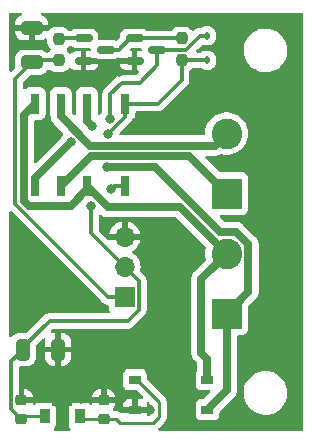
<source format=gbr>
%TF.GenerationSoftware,KiCad,Pcbnew,7.0.7*%
%TF.CreationDate,2023-09-06T14:49:37+02:00*%
%TF.ProjectId,keerlusRelais,6b656572-6c75-4735-9265-6c6169732e6b,rev?*%
%TF.SameCoordinates,Original*%
%TF.FileFunction,Copper,L1,Top*%
%TF.FilePolarity,Positive*%
%FSLAX46Y46*%
G04 Gerber Fmt 4.6, Leading zero omitted, Abs format (unit mm)*
G04 Created by KiCad (PCBNEW 7.0.7) date 2023-09-06 14:49:37*
%MOMM*%
%LPD*%
G01*
G04 APERTURE LIST*
G04 Aperture macros list*
%AMRoundRect*
0 Rectangle with rounded corners*
0 $1 Rounding radius*
0 $2 $3 $4 $5 $6 $7 $8 $9 X,Y pos of 4 corners*
0 Add a 4 corners polygon primitive as box body*
4,1,4,$2,$3,$4,$5,$6,$7,$8,$9,$2,$3,0*
0 Add four circle primitives for the rounded corners*
1,1,$1+$1,$2,$3*
1,1,$1+$1,$4,$5*
1,1,$1+$1,$6,$7*
1,1,$1+$1,$8,$9*
0 Add four rect primitives between the rounded corners*
20,1,$1+$1,$2,$3,$4,$5,0*
20,1,$1+$1,$4,$5,$6,$7,0*
20,1,$1+$1,$6,$7,$8,$9,0*
20,1,$1+$1,$8,$9,$2,$3,0*%
%AMFreePoly0*
4,1,9,3.862500,-0.866500,0.737500,-0.866500,0.737500,-0.450000,-0.737500,-0.450000,-0.737500,0.450000,0.737500,0.450000,0.737500,0.866500,3.862500,0.866500,3.862500,-0.866500,3.862500,-0.866500,$1*%
G04 Aperture macros list end*
%TA.AperFunction,ComponentPad*%
%ADD10R,2.600000X2.600000*%
%TD*%
%TA.AperFunction,ComponentPad*%
%ADD11C,2.600000*%
%TD*%
%TA.AperFunction,SMDPad,CuDef*%
%ADD12RoundRect,0.237500X-0.237500X0.250000X-0.237500X-0.250000X0.237500X-0.250000X0.237500X0.250000X0*%
%TD*%
%TA.AperFunction,ComponentPad*%
%ADD13R,1.700000X1.700000*%
%TD*%
%TA.AperFunction,ComponentPad*%
%ADD14O,1.700000X1.700000*%
%TD*%
%TA.AperFunction,SMDPad,CuDef*%
%ADD15RoundRect,0.225000X-0.250000X0.225000X-0.250000X-0.225000X0.250000X-0.225000X0.250000X0.225000X0*%
%TD*%
%TA.AperFunction,SMDPad,CuDef*%
%ADD16R,0.800000X1.800000*%
%TD*%
%TA.AperFunction,SMDPad,CuDef*%
%ADD17RoundRect,0.237500X0.237500X-0.250000X0.237500X0.250000X-0.237500X0.250000X-0.237500X-0.250000X0*%
%TD*%
%TA.AperFunction,SMDPad,CuDef*%
%ADD18RoundRect,0.150000X-0.587500X-0.150000X0.587500X-0.150000X0.587500X0.150000X-0.587500X0.150000X0*%
%TD*%
%TA.AperFunction,SMDPad,CuDef*%
%ADD19RoundRect,0.250000X0.650000X-0.325000X0.650000X0.325000X-0.650000X0.325000X-0.650000X-0.325000X0*%
%TD*%
%TA.AperFunction,SMDPad,CuDef*%
%ADD20R,1.000000X0.800000*%
%TD*%
%TA.AperFunction,SMDPad,CuDef*%
%ADD21R,0.900000X1.300000*%
%TD*%
%TA.AperFunction,SMDPad,CuDef*%
%ADD22FreePoly0,90.000000*%
%TD*%
%TA.AperFunction,SMDPad,CuDef*%
%ADD23RoundRect,0.112500X0.112500X-0.187500X0.112500X0.187500X-0.112500X0.187500X-0.112500X-0.187500X0*%
%TD*%
%TA.AperFunction,SMDPad,CuDef*%
%ADD24RoundRect,0.250000X-0.325000X-0.650000X0.325000X-0.650000X0.325000X0.650000X-0.325000X0.650000X0*%
%TD*%
%TA.AperFunction,ViaPad*%
%ADD25C,0.800000*%
%TD*%
%TA.AperFunction,Conductor*%
%ADD26C,0.250000*%
%TD*%
%TA.AperFunction,Conductor*%
%ADD27C,0.300000*%
%TD*%
%TA.AperFunction,Conductor*%
%ADD28C,0.700000*%
%TD*%
G04 APERTURE END LIST*
D10*
%TO.P,J1,1,Pin_1*%
%TO.N,/DCC_A_IN*%
X187706000Y-81280000D03*
D11*
%TO.P,J1,2,Pin_2*%
%TO.N,/DCC_B_IN*%
X187706000Y-76200000D03*
%TD*%
D12*
%TO.P,R2,1*%
%TO.N,Net-(Q2-B)*%
X173482000Y-58015500D03*
%TO.P,R2,2*%
%TO.N,Net-(J3-Pin_1)*%
X173482000Y-59840500D03*
%TD*%
D10*
%TO.P,J2,1,Pin_1*%
%TO.N,/DCC_A_OUT*%
X187706000Y-71120000D03*
D11*
%TO.P,J2,2,Pin_2*%
%TO.N,/DCC_B_OUT*%
X187706000Y-66040000D03*
%TD*%
D13*
%TO.P,J3,1,Pin_1*%
%TO.N,Net-(J3-Pin_1)*%
X179070000Y-79883000D03*
D14*
%TO.P,J3,2,Pin_2*%
%TO.N,+12V*%
X179070000Y-77343000D03*
%TO.P,J3,3,Pin_3*%
%TO.N,GND*%
X179070000Y-74803000D03*
%TD*%
D15*
%TO.P,C3,1*%
%TO.N,GND*%
X170307000Y-88620000D03*
%TO.P,C3,2*%
%TO.N,+12V*%
X170307000Y-90170000D03*
%TD*%
D16*
%TO.P,K1,1*%
%TO.N,+12V*%
X179070000Y-63500000D03*
%TO.P,K1,2*%
%TO.N,/DCC_A_IN*%
X175870000Y-63500000D03*
%TO.P,K1,3*%
%TO.N,/DCC_B_OUT*%
X173670000Y-63500000D03*
%TO.P,K1,4*%
%TO.N,/DCC_B_IN*%
X171470000Y-63500000D03*
%TO.P,K1,5*%
%TO.N,/DCC_A_IN*%
X171470000Y-70500000D03*
%TO.P,K1,6*%
%TO.N,/DCC_A_OUT*%
X173670000Y-70500000D03*
%TO.P,K1,7*%
%TO.N,/DCC_B_IN*%
X175870000Y-70500000D03*
%TO.P,K1,8*%
%TO.N,Net-(D2-A)*%
X179070000Y-70500000D03*
%TD*%
D17*
%TO.P,R1,1*%
%TO.N,+12V*%
X183896000Y-59817000D03*
%TO.P,R1,2*%
%TO.N,Net-(Q1-B)*%
X183896000Y-57992000D03*
%TD*%
D18*
%TO.P,Q2,1,B*%
%TO.N,Net-(Q2-B)*%
X175592500Y-57978000D03*
%TO.P,Q2,2,E*%
%TO.N,GND*%
X175592500Y-59878000D03*
%TO.P,Q2,3,C*%
%TO.N,Net-(Q1-B)*%
X177467500Y-58928000D03*
%TD*%
D19*
%TO.P,C4,1*%
%TO.N,Net-(J3-Pin_1)*%
X171196000Y-60022000D03*
%TO.P,C4,2*%
%TO.N,GND*%
X171196000Y-57072000D03*
%TD*%
D15*
%TO.P,C1,1*%
%TO.N,GND*%
X177292000Y-88633000D03*
%TO.P,C1,2*%
%TO.N,VCC*%
X177292000Y-90183000D03*
%TD*%
D20*
%TO.P,D1,1,+*%
%TO.N,VCC*%
X179932000Y-86868000D03*
%TO.P,D1,2,-*%
%TO.N,GND*%
X179932000Y-89408000D03*
%TO.P,D1,3*%
%TO.N,/DCC_A_IN*%
X186082000Y-89408000D03*
%TO.P,D1,4*%
%TO.N,/DCC_B_IN*%
X186082000Y-86868000D03*
%TD*%
D21*
%TO.P,U1,1,OUT*%
%TO.N,+12V*%
X172294000Y-89976500D03*
D22*
%TO.P,U1,2,GND*%
%TO.N,GND*%
X173794000Y-89889000D03*
D21*
%TO.P,U1,3,IN*%
%TO.N,VCC*%
X175294000Y-89976500D03*
%TD*%
D23*
%TO.P,D2,1,K*%
%TO.N,+12V*%
X186055000Y-59851000D03*
%TO.P,D2,2,A*%
%TO.N,Net-(D2-A)*%
X186055000Y-57751000D03*
%TD*%
D24*
%TO.P,C2,1*%
%TO.N,+12V*%
X170483000Y-84328000D03*
%TO.P,C2,2*%
%TO.N,GND*%
X173433000Y-84328000D03*
%TD*%
D18*
%TO.P,Q1,1,B*%
%TO.N,Net-(Q1-B)*%
X179910500Y-57978000D03*
%TO.P,Q1,2,E*%
%TO.N,GND*%
X179910500Y-59878000D03*
%TO.P,Q1,3,C*%
%TO.N,Net-(D2-A)*%
X181785500Y-58928000D03*
%TD*%
D25*
%TO.N,GND*%
X185801000Y-62357000D03*
X175260000Y-83058000D03*
X171323000Y-81280000D03*
X172212000Y-87757000D03*
X178562000Y-60833000D03*
X171958000Y-84328000D03*
X176276000Y-80645000D03*
X184404000Y-77089000D03*
X190754000Y-83312000D03*
X183769000Y-88138000D03*
X175768000Y-84836000D03*
X175387000Y-61341000D03*
X172085000Y-86487000D03*
X170561000Y-74803000D03*
X173228000Y-56388000D03*
X190627000Y-66802000D03*
X181229000Y-89408000D03*
X177419000Y-87122000D03*
X193294000Y-61468000D03*
X172339000Y-61468000D03*
X170942000Y-86995000D03*
X177546000Y-60325000D03*
X175514000Y-86741000D03*
X183642000Y-82804000D03*
X184912000Y-56388000D03*
X180467000Y-65532000D03*
X181229000Y-75565000D03*
X191262000Y-77089000D03*
X171196000Y-58547000D03*
X179197000Y-83566000D03*
X175387000Y-88519000D03*
X178689000Y-56515000D03*
X188341000Y-89916000D03*
X178943000Y-88265000D03*
X172466000Y-66167000D03*
%TO.N,+12V*%
X177673000Y-66040000D03*
X176219602Y-72192398D03*
%TO.N,/DCC_A_IN*%
X177546000Y-68905500D03*
X176276000Y-65405000D03*
X174525101Y-66774899D03*
%TO.N,Net-(D2-A)*%
X177841523Y-64811523D03*
X177927000Y-70739000D03*
%TD*%
D26*
%TO.N,VCC*%
X181991000Y-90043000D02*
X181991000Y-88773000D01*
X177292000Y-90183000D02*
X178321000Y-90183000D01*
X178689000Y-90551000D02*
X181483000Y-90551000D01*
X180208000Y-86990000D02*
X179981500Y-86990000D01*
X178321000Y-90183000D02*
X178689000Y-90551000D01*
X177292000Y-90183000D02*
X175500500Y-90183000D01*
X175500500Y-90183000D02*
X175294000Y-89976500D01*
X181483000Y-90551000D02*
X181991000Y-90043000D01*
X181991000Y-88773000D02*
X180208000Y-86990000D01*
D27*
%TO.N,GND*%
X179981500Y-89535000D02*
X181102000Y-89535000D01*
X179981500Y-88541500D02*
X179981500Y-89535000D01*
X179705000Y-88265000D02*
X179981500Y-88541500D01*
X178943000Y-88265000D02*
X179705000Y-88265000D01*
X179981500Y-89535000D02*
X178943000Y-89535000D01*
X181102000Y-89535000D02*
X181229000Y-89408000D01*
X178816000Y-89408000D02*
X178435000Y-89027000D01*
X178943000Y-89535000D02*
X178816000Y-89408000D01*
%TO.N,+12V*%
X179324000Y-81915000D02*
X180270000Y-80969000D01*
X176219602Y-74492602D02*
X179070000Y-77343000D01*
X169482000Y-89345000D02*
X170307000Y-90170000D01*
X170483000Y-84328000D02*
X170483000Y-84152000D01*
X169482000Y-85329000D02*
X169482000Y-89345000D01*
X170483000Y-84152000D02*
X172720000Y-81915000D01*
X176219602Y-72192398D02*
X176219602Y-74492602D01*
X172720000Y-81915000D02*
X179324000Y-81915000D01*
D26*
X170500500Y-89976500D02*
X170307000Y-90170000D01*
X172294000Y-89976500D02*
X170500500Y-89976500D01*
D27*
X170483000Y-84328000D02*
X169482000Y-85329000D01*
X180270000Y-80969000D02*
X180270000Y-78543000D01*
X186055000Y-59851000D02*
X183930000Y-59851000D01*
X179070000Y-63500000D02*
X179070000Y-64643000D01*
X180270000Y-78543000D02*
X179070000Y-77343000D01*
X183930000Y-59851000D02*
X183896000Y-59817000D01*
X183896000Y-59817000D02*
X183896000Y-61468000D01*
X181864000Y-63500000D02*
X179070000Y-63500000D01*
X183896000Y-61468000D02*
X181864000Y-63500000D01*
X179070000Y-64643000D02*
X177673000Y-66040000D01*
D28*
%TO.N,/DCC_A_OUT*%
X176214000Y-67956000D02*
X173670000Y-70500000D01*
X187706000Y-71120000D02*
X184542000Y-67956000D01*
X184542000Y-67956000D02*
X176214000Y-67956000D01*
%TO.N,/DCC_B_OUT*%
X186690000Y-67056000D02*
X176149000Y-67056000D01*
X187706000Y-66040000D02*
X186690000Y-67056000D01*
X176149000Y-67056000D02*
X173670000Y-64577000D01*
X173670000Y-64577000D02*
X173670000Y-63500000D01*
%TO.N,/DCC_B_IN*%
X170942000Y-72136000D02*
X174498000Y-72136000D01*
X187706000Y-76200000D02*
X183769000Y-72263000D01*
X175870000Y-70764000D02*
X175870000Y-70500000D01*
X186082000Y-85090000D02*
X186082000Y-86868000D01*
X170520000Y-71714000D02*
X170942000Y-72136000D01*
X185574500Y-84582500D02*
X186082000Y-85090000D01*
X183769000Y-72263000D02*
X177633000Y-72263000D01*
X174498000Y-72136000D02*
X175870000Y-70764000D01*
X170520000Y-64450000D02*
X170520000Y-71714000D01*
X187706000Y-76200000D02*
X185574500Y-78331500D01*
X177633000Y-72263000D02*
X175870000Y-70500000D01*
X171470000Y-63500000D02*
X170520000Y-64450000D01*
X185574500Y-78331500D02*
X185574500Y-84582500D01*
%TO.N,/DCC_A_IN*%
X175870000Y-63500000D02*
X175870000Y-64999000D01*
X189556000Y-75433704D02*
X189556000Y-79430000D01*
X177595500Y-68856000D02*
X181634792Y-68856000D01*
X187706000Y-81280000D02*
X187706000Y-87784000D01*
X175870000Y-64999000D02*
X176276000Y-65405000D01*
X177546000Y-68905500D02*
X177595500Y-68856000D01*
X187128792Y-74350000D02*
X188472296Y-74350000D01*
X188472296Y-74350000D02*
X189556000Y-75433704D01*
X174525101Y-66774899D02*
X171470000Y-69830000D01*
X187706000Y-87784000D02*
X186082000Y-89408000D01*
X189556000Y-79430000D02*
X187706000Y-81280000D01*
X171470000Y-69830000D02*
X171470000Y-70500000D01*
X181634792Y-68856000D02*
X187128792Y-74350000D01*
D27*
%TO.N,Net-(D2-A)*%
X178848000Y-61722000D02*
X180340000Y-61722000D01*
X178166000Y-70500000D02*
X177927000Y-70739000D01*
X177841523Y-64811523D02*
X177841523Y-62728477D01*
X179070000Y-70500000D02*
X178166000Y-70500000D01*
X181785500Y-60276500D02*
X181785500Y-58928000D01*
X184278350Y-58928000D02*
X185455350Y-57751000D01*
X185455350Y-57751000D02*
X186055000Y-57751000D01*
X177841523Y-62728477D02*
X178848000Y-61722000D01*
X180340000Y-61722000D02*
X181785500Y-60276500D01*
X181785500Y-58928000D02*
X184278350Y-58928000D01*
%TO.N,Net-(J3-Pin_1)*%
X179070000Y-79883000D02*
X177699050Y-79883000D01*
X171377500Y-59840500D02*
X171196000Y-60022000D01*
X169820000Y-61398000D02*
X171196000Y-60022000D01*
X173482000Y-59840500D02*
X171377500Y-59840500D01*
X177699050Y-79883000D02*
X169820000Y-72003949D01*
X169820000Y-72003949D02*
X169820000Y-61398000D01*
%TO.N,Net-(Q1-B)*%
X183896000Y-57992000D02*
X179924500Y-57992000D01*
X179924500Y-57992000D02*
X179910500Y-57978000D01*
X178562000Y-58928000D02*
X179512000Y-57978000D01*
X179512000Y-57978000D02*
X179910500Y-57978000D01*
X177467500Y-58928000D02*
X178562000Y-58928000D01*
%TO.N,Net-(Q2-B)*%
X173519500Y-57978000D02*
X173482000Y-58015500D01*
X175592500Y-57978000D02*
X173519500Y-57978000D01*
%TD*%
%TA.AperFunction,Conductor*%
%TO.N,GND*%
G36*
X170316585Y-55820185D02*
G01*
X170362340Y-55872989D01*
X170372284Y-55942147D01*
X170343259Y-56005703D01*
X170288551Y-56042206D01*
X170226878Y-56062642D01*
X170226875Y-56062643D01*
X170077654Y-56154684D01*
X169953684Y-56278654D01*
X169861643Y-56427875D01*
X169861641Y-56427880D01*
X169806494Y-56594302D01*
X169806493Y-56594309D01*
X169796000Y-56697013D01*
X169796000Y-56822000D01*
X172595999Y-56822000D01*
X172595999Y-56697028D01*
X172595998Y-56697013D01*
X172585505Y-56594302D01*
X172530358Y-56427880D01*
X172530356Y-56427875D01*
X172438315Y-56278654D01*
X172314345Y-56154684D01*
X172165124Y-56062643D01*
X172165119Y-56062641D01*
X172103449Y-56042206D01*
X172046004Y-56002433D01*
X172019181Y-55937918D01*
X172031496Y-55869142D01*
X172079039Y-55817942D01*
X172142453Y-55800500D01*
X194075500Y-55800500D01*
X194142539Y-55820185D01*
X194188294Y-55872989D01*
X194199500Y-55924500D01*
X194199500Y-91075500D01*
X194179815Y-91142539D01*
X194127011Y-91188294D01*
X194075500Y-91199500D01*
X182032206Y-91199500D01*
X181965167Y-91179815D01*
X181919412Y-91127011D01*
X181909468Y-91057853D01*
X181936657Y-90996465D01*
X181950224Y-90980065D01*
X181954125Y-90975777D01*
X182379815Y-90550087D01*
X182392180Y-90540183D01*
X182392006Y-90539973D01*
X182398012Y-90535003D01*
X182398018Y-90535000D01*
X182445999Y-90483904D01*
X182467134Y-90462770D01*
X182471463Y-90457187D01*
X182475242Y-90452763D01*
X182507586Y-90418321D01*
X182517423Y-90400424D01*
X182528097Y-90384174D01*
X182540613Y-90368041D01*
X182559372Y-90324689D01*
X182561933Y-90319462D01*
X182584695Y-90278060D01*
X182589774Y-90258274D01*
X182596072Y-90239882D01*
X182604181Y-90221145D01*
X182611568Y-90174501D01*
X182612748Y-90168794D01*
X182624500Y-90123030D01*
X182624500Y-90102609D01*
X182626027Y-90083209D01*
X182629219Y-90063057D01*
X182624772Y-90016019D01*
X182624500Y-90010224D01*
X182624500Y-88856631D01*
X182626239Y-88840880D01*
X182625968Y-88840855D01*
X182626700Y-88833099D01*
X182626702Y-88833092D01*
X182624500Y-88763028D01*
X182624500Y-88733144D01*
X182623614Y-88726141D01*
X182623157Y-88720322D01*
X182621674Y-88673111D01*
X182615976Y-88653499D01*
X182612033Y-88634466D01*
X182609474Y-88614203D01*
X182592085Y-88570286D01*
X182590196Y-88564766D01*
X182577018Y-88519407D01*
X182566626Y-88501835D01*
X182558066Y-88484362D01*
X182550552Y-88465383D01*
X182522794Y-88427179D01*
X182519587Y-88422296D01*
X182496347Y-88383000D01*
X182495542Y-88381638D01*
X182481108Y-88367204D01*
X182468471Y-88352409D01*
X182456472Y-88335893D01*
X182456470Y-88335890D01*
X182420073Y-88305781D01*
X182415751Y-88301847D01*
X180976819Y-86862914D01*
X180943334Y-86801591D01*
X180940500Y-86775233D01*
X180940500Y-86419362D01*
X180940499Y-86419345D01*
X180937157Y-86388270D01*
X180933989Y-86358799D01*
X180919512Y-86319986D01*
X180883420Y-86223220D01*
X180882889Y-86221796D01*
X180795261Y-86104739D01*
X180678204Y-86017111D01*
X180678203Y-86017111D01*
X180541203Y-85966011D01*
X180480654Y-85959500D01*
X180480638Y-85959500D01*
X179383362Y-85959500D01*
X179383345Y-85959500D01*
X179322797Y-85966011D01*
X179322795Y-85966011D01*
X179185795Y-86017111D01*
X179068739Y-86104739D01*
X178981111Y-86221795D01*
X178930011Y-86358795D01*
X178930011Y-86358797D01*
X178923500Y-86419345D01*
X178923500Y-87316654D01*
X178930011Y-87377202D01*
X178930011Y-87377204D01*
X178981110Y-87514203D01*
X178981111Y-87514204D01*
X179068739Y-87631261D01*
X179185796Y-87718889D01*
X179322799Y-87769989D01*
X179350050Y-87772918D01*
X179383345Y-87776499D01*
X179383362Y-87776500D01*
X180047234Y-87776500D01*
X180114273Y-87796185D01*
X180134915Y-87812819D01*
X180623746Y-88301650D01*
X180657231Y-88362973D01*
X180652247Y-88432665D01*
X180610375Y-88488598D01*
X180544911Y-88513015D01*
X180522810Y-88512621D01*
X180479828Y-88508000D01*
X180182000Y-88508000D01*
X180182000Y-89158000D01*
X180932000Y-89158000D01*
X180932000Y-88960172D01*
X180931999Y-88960158D01*
X180927379Y-88917191D01*
X180939783Y-88848431D01*
X180987393Y-88797293D01*
X181055092Y-88780013D01*
X181121386Y-88802077D01*
X181138349Y-88816253D01*
X181321181Y-88999085D01*
X181354666Y-89060408D01*
X181357500Y-89086766D01*
X181357499Y-89729233D01*
X181337814Y-89796273D01*
X181321181Y-89816914D01*
X181256912Y-89881182D01*
X181195592Y-89914666D01*
X181169233Y-89917500D01*
X181056000Y-89917500D01*
X180988961Y-89897815D01*
X180943206Y-89845011D01*
X180932000Y-89793500D01*
X180932000Y-89658000D01*
X178932000Y-89658000D01*
X178898494Y-89691506D01*
X178837170Y-89724990D01*
X178767479Y-89720005D01*
X178725931Y-89694218D01*
X178696322Y-89666414D01*
X178696319Y-89666412D01*
X178678431Y-89656578D01*
X178662170Y-89645897D01*
X178646039Y-89633384D01*
X178602693Y-89614627D01*
X178597445Y-89612056D01*
X178570251Y-89597106D01*
X178556060Y-89589305D01*
X178552660Y-89588432D01*
X178536287Y-89584228D01*
X178517881Y-89577926D01*
X178499144Y-89569818D01*
X178499146Y-89569818D01*
X178452496Y-89562430D01*
X178446781Y-89561246D01*
X178426612Y-89556068D01*
X178401032Y-89549500D01*
X178401030Y-89549500D01*
X178380616Y-89549500D01*
X178361217Y-89547973D01*
X178341058Y-89544780D01*
X178341057Y-89544780D01*
X178294034Y-89549225D01*
X178288196Y-89549500D01*
X178220489Y-89549500D01*
X178153450Y-89529815D01*
X178123218Y-89502405D01*
X178121287Y-89499964D01*
X178121285Y-89499960D01*
X178110999Y-89489674D01*
X178077512Y-89428352D01*
X178082494Y-89358660D01*
X178111001Y-89314304D01*
X178114573Y-89310731D01*
X178203542Y-89166492D01*
X178203547Y-89166481D01*
X178206357Y-89158000D01*
X178932000Y-89158000D01*
X179682000Y-89158000D01*
X179682000Y-88508000D01*
X179384155Y-88508000D01*
X179324627Y-88514401D01*
X179324620Y-88514403D01*
X179189913Y-88564645D01*
X179189906Y-88564649D01*
X179074812Y-88650809D01*
X179074809Y-88650812D01*
X178988649Y-88765906D01*
X178988645Y-88765913D01*
X178938403Y-88900620D01*
X178938401Y-88900627D01*
X178932000Y-88960155D01*
X178932000Y-89158000D01*
X178206357Y-89158000D01*
X178256855Y-89005606D01*
X178267000Y-88906319D01*
X178267000Y-88883000D01*
X176317001Y-88883000D01*
X176313100Y-88886900D01*
X176297316Y-88940656D01*
X176244512Y-88986411D01*
X176175354Y-88996355D01*
X176114390Y-88968513D01*
X176114360Y-88968554D01*
X176114175Y-88968415D01*
X176111798Y-88967330D01*
X176107996Y-88963790D01*
X176107262Y-88963240D01*
X176107261Y-88963239D01*
X175990204Y-88875611D01*
X175980402Y-88871955D01*
X175853203Y-88824511D01*
X175792654Y-88818000D01*
X175792638Y-88818000D01*
X174795362Y-88818000D01*
X174795345Y-88818000D01*
X174734797Y-88824511D01*
X174734795Y-88824511D01*
X174597795Y-88875611D01*
X174480739Y-88963239D01*
X174393111Y-89080295D01*
X174342011Y-89217295D01*
X174342011Y-89217297D01*
X174335500Y-89277845D01*
X174335500Y-90675154D01*
X174342011Y-90735702D01*
X174342011Y-90735704D01*
X174389711Y-90863589D01*
X174393111Y-90872704D01*
X174480739Y-90989761D01*
X174480740Y-90989762D01*
X174486054Y-90996860D01*
X174484407Y-90998092D01*
X174512282Y-91049142D01*
X174507298Y-91118834D01*
X174465426Y-91174767D01*
X174399962Y-91199184D01*
X174391116Y-91199500D01*
X173196884Y-91199500D01*
X173129845Y-91179815D01*
X173084090Y-91127011D01*
X173074146Y-91057853D01*
X173101986Y-90996890D01*
X173101946Y-90996860D01*
X173102085Y-90996673D01*
X173103171Y-90994297D01*
X173106709Y-90990497D01*
X173107258Y-90989762D01*
X173107261Y-90989761D01*
X173194889Y-90872704D01*
X173245989Y-90735701D01*
X173249591Y-90702192D01*
X173252499Y-90675154D01*
X173252499Y-90675147D01*
X173252500Y-90675138D01*
X173252500Y-89277862D01*
X173252499Y-89277852D01*
X173252499Y-89277845D01*
X173249157Y-89246770D01*
X173245989Y-89217299D01*
X173243826Y-89211500D01*
X173197302Y-89086766D01*
X173194889Y-89080296D01*
X173107261Y-88963239D01*
X172990204Y-88875611D01*
X172980402Y-88871955D01*
X172853203Y-88824511D01*
X172792654Y-88818000D01*
X172792638Y-88818000D01*
X171795362Y-88818000D01*
X171795345Y-88818000D01*
X171734797Y-88824511D01*
X171734795Y-88824511D01*
X171597795Y-88875611D01*
X171556775Y-88906319D01*
X171480739Y-88963239D01*
X171480737Y-88963240D01*
X171480311Y-88963560D01*
X171414847Y-88987977D01*
X171346574Y-88973125D01*
X171297168Y-88923720D01*
X171283955Y-88871955D01*
X171282000Y-88870000D01*
X170264500Y-88870000D01*
X170197461Y-88850315D01*
X170151706Y-88797511D01*
X170140500Y-88746000D01*
X170140500Y-88383000D01*
X176317000Y-88383000D01*
X177042000Y-88383000D01*
X177042000Y-87683000D01*
X177542000Y-87683000D01*
X177542000Y-88383000D01*
X178266999Y-88383000D01*
X178266999Y-88359692D01*
X178266998Y-88359677D01*
X178256855Y-88260392D01*
X178203547Y-88099518D01*
X178203542Y-88099507D01*
X178114575Y-87955271D01*
X178114572Y-87955267D01*
X177994732Y-87835427D01*
X177994728Y-87835424D01*
X177850492Y-87746457D01*
X177850481Y-87746452D01*
X177689606Y-87693144D01*
X177590322Y-87683000D01*
X177542000Y-87683000D01*
X177042000Y-87683000D01*
X177041999Y-87682999D01*
X176993693Y-87683000D01*
X176993675Y-87683001D01*
X176894392Y-87693144D01*
X176733518Y-87746452D01*
X176733507Y-87746457D01*
X176589271Y-87835424D01*
X176589267Y-87835427D01*
X176469427Y-87955267D01*
X176469424Y-87955271D01*
X176380457Y-88099507D01*
X176380452Y-88099518D01*
X176327144Y-88260393D01*
X176317000Y-88359677D01*
X176317000Y-88383000D01*
X170140500Y-88383000D01*
X170140500Y-88369999D01*
X170556999Y-88369999D01*
X170557000Y-88370000D01*
X171281999Y-88370000D01*
X171281999Y-88346692D01*
X171281998Y-88346677D01*
X171271855Y-88247392D01*
X171218547Y-88086518D01*
X171218542Y-88086507D01*
X171129575Y-87942271D01*
X171129572Y-87942267D01*
X171009732Y-87822427D01*
X171009728Y-87822424D01*
X170865492Y-87733457D01*
X170865481Y-87733452D01*
X170704606Y-87680144D01*
X170605322Y-87670000D01*
X170557000Y-87670000D01*
X170556999Y-88369999D01*
X170140500Y-88369999D01*
X170140500Y-85860499D01*
X170160185Y-85793460D01*
X170212989Y-85747705D01*
X170264500Y-85736499D01*
X170858537Y-85736499D01*
X170858544Y-85736499D01*
X170962426Y-85725887D01*
X171130738Y-85670115D01*
X171281652Y-85577030D01*
X171407030Y-85451652D01*
X171500115Y-85300738D01*
X171555887Y-85132426D01*
X171566500Y-85028545D01*
X171566500Y-84578000D01*
X172358001Y-84578000D01*
X172358001Y-85027986D01*
X172368494Y-85130697D01*
X172423641Y-85297119D01*
X172423643Y-85297124D01*
X172515684Y-85446345D01*
X172639654Y-85570315D01*
X172788875Y-85662356D01*
X172788880Y-85662358D01*
X172955302Y-85717505D01*
X172955309Y-85717506D01*
X173058019Y-85727999D01*
X173182999Y-85727999D01*
X173183000Y-85727998D01*
X173183000Y-84578000D01*
X173683000Y-84578000D01*
X173683000Y-85727999D01*
X173807972Y-85727999D01*
X173807986Y-85727998D01*
X173910697Y-85717505D01*
X174077119Y-85662358D01*
X174077124Y-85662356D01*
X174226345Y-85570315D01*
X174350315Y-85446345D01*
X174442356Y-85297124D01*
X174442358Y-85297119D01*
X174497505Y-85130697D01*
X174497506Y-85130690D01*
X174507999Y-85027986D01*
X174508000Y-85027973D01*
X174508000Y-84578000D01*
X173683000Y-84578000D01*
X173183000Y-84578000D01*
X172358001Y-84578000D01*
X171566500Y-84578000D01*
X171566499Y-84051120D01*
X171586183Y-83984082D01*
X171602813Y-83963445D01*
X172160916Y-83405343D01*
X172222236Y-83371860D01*
X172291928Y-83376844D01*
X172347861Y-83418716D01*
X172372278Y-83484180D01*
X172369847Y-83518982D01*
X172368494Y-83525301D01*
X172358000Y-83628013D01*
X172358000Y-84078000D01*
X173183000Y-84078000D01*
X173183000Y-82928000D01*
X173683000Y-82928000D01*
X173683000Y-84078000D01*
X174507999Y-84078000D01*
X174507999Y-83628028D01*
X174507998Y-83628013D01*
X174497505Y-83525302D01*
X174442358Y-83358880D01*
X174442356Y-83358875D01*
X174350315Y-83209654D01*
X174226345Y-83085684D01*
X174077124Y-82993643D01*
X174077119Y-82993641D01*
X173910697Y-82938494D01*
X173910690Y-82938493D01*
X173807986Y-82928000D01*
X173683000Y-82928000D01*
X173183000Y-82928000D01*
X173058027Y-82928000D01*
X173058012Y-82928001D01*
X172955295Y-82938494D01*
X172948977Y-82939847D01*
X172879303Y-82934628D01*
X172823511Y-82892568D01*
X172799315Y-82827022D01*
X172814397Y-82758799D01*
X172835341Y-82730918D01*
X172956443Y-82609816D01*
X173017764Y-82576334D01*
X173044122Y-82573500D01*
X179237609Y-82573500D01*
X179253746Y-82575281D01*
X179253768Y-82575054D01*
X179261534Y-82575788D01*
X179261536Y-82575787D01*
X179261537Y-82575788D01*
X179334342Y-82573500D01*
X179365432Y-82573500D01*
X179372822Y-82572566D01*
X179378651Y-82572107D01*
X179427831Y-82570562D01*
X179448583Y-82564532D01*
X179467621Y-82560590D01*
X179489064Y-82557882D01*
X179534834Y-82539760D01*
X179540348Y-82537873D01*
X179566875Y-82530165D01*
X179587600Y-82524145D01*
X179606196Y-82513146D01*
X179623664Y-82504589D01*
X179643756Y-82496635D01*
X179683582Y-82467698D01*
X179688441Y-82464506D01*
X179730807Y-82439453D01*
X179746090Y-82424168D01*
X179760873Y-82411542D01*
X179778357Y-82398841D01*
X179809731Y-82360914D01*
X179813645Y-82356613D01*
X180674543Y-81495715D01*
X180687214Y-81485566D01*
X180687068Y-81485389D01*
X180693074Y-81480419D01*
X180693080Y-81480416D01*
X180742945Y-81427314D01*
X180764927Y-81405333D01*
X180769495Y-81399442D01*
X180773282Y-81395008D01*
X180806972Y-81359133D01*
X180817380Y-81340200D01*
X180828059Y-81323942D01*
X180841304Y-81306868D01*
X180860852Y-81261691D01*
X180863409Y-81256472D01*
X180887124Y-81213337D01*
X180892495Y-81192413D01*
X180898796Y-81174009D01*
X180907380Y-81154176D01*
X180912733Y-81120372D01*
X180915078Y-81105569D01*
X180916263Y-81099844D01*
X180917183Y-81096261D01*
X180928500Y-81052188D01*
X180928500Y-81030580D01*
X180930027Y-81011180D01*
X180933406Y-80989848D01*
X180928772Y-80940833D01*
X180928500Y-80935039D01*
X180928500Y-78629386D01*
X180930282Y-78613249D01*
X180930054Y-78613228D01*
X180930787Y-78605466D01*
X180930788Y-78605463D01*
X180928499Y-78532657D01*
X180928500Y-78501568D01*
X180927566Y-78494175D01*
X180927107Y-78488344D01*
X180926533Y-78470088D01*
X180925562Y-78439169D01*
X180919535Y-78418426D01*
X180915590Y-78399377D01*
X180912882Y-78377936D01*
X180894763Y-78332172D01*
X180892876Y-78326665D01*
X180879145Y-78279400D01*
X180868148Y-78260807D01*
X180859591Y-78243340D01*
X180851635Y-78223244D01*
X180845590Y-78214924D01*
X180822705Y-78183425D01*
X180819495Y-78178539D01*
X180794453Y-78136195D01*
X180794452Y-78136193D01*
X180794450Y-78136191D01*
X180794447Y-78136187D01*
X180779178Y-78120918D01*
X180766541Y-78106122D01*
X180753843Y-78088644D01*
X180753840Y-78088641D01*
X180715914Y-78057267D01*
X180711592Y-78053333D01*
X180426207Y-77767948D01*
X180392722Y-77706625D01*
X180393683Y-77649826D01*
X180414561Y-77567380D01*
X180414563Y-77567371D01*
X180414564Y-77567368D01*
X180433156Y-77343000D01*
X180414564Y-77118632D01*
X180359296Y-76900384D01*
X180268860Y-76694209D01*
X180145722Y-76505732D01*
X180145719Y-76505729D01*
X180145715Y-76505723D01*
X179993243Y-76340097D01*
X179993238Y-76340092D01*
X179815577Y-76201812D01*
X179815577Y-76201811D01*
X179772303Y-76178393D01*
X179722713Y-76129173D01*
X179707605Y-76060957D01*
X179731775Y-75995401D01*
X179760198Y-75967763D01*
X179941079Y-75841108D01*
X180108105Y-75674082D01*
X180243600Y-75480578D01*
X180343429Y-75266492D01*
X180343432Y-75266486D01*
X180400636Y-75053000D01*
X179683347Y-75053000D01*
X179616308Y-75033315D01*
X179570553Y-74980511D01*
X179560609Y-74911353D01*
X179564369Y-74894067D01*
X179570000Y-74874888D01*
X179570000Y-74731111D01*
X179564369Y-74711933D01*
X179564370Y-74642064D01*
X179602145Y-74583286D01*
X179665701Y-74554262D01*
X179683347Y-74553000D01*
X180400636Y-74553000D01*
X180400635Y-74552999D01*
X180343432Y-74339513D01*
X180343429Y-74339507D01*
X180243600Y-74125422D01*
X180243599Y-74125420D01*
X180108113Y-73931926D01*
X180108108Y-73931920D01*
X179941082Y-73764894D01*
X179747578Y-73629399D01*
X179533492Y-73529570D01*
X179533486Y-73529567D01*
X179320000Y-73472364D01*
X179320000Y-74190698D01*
X179300315Y-74257737D01*
X179247511Y-74303492D01*
X179178355Y-74313436D01*
X179105766Y-74303000D01*
X179105763Y-74303000D01*
X179034237Y-74303000D01*
X179034233Y-74303000D01*
X178961645Y-74313436D01*
X178892487Y-74303492D01*
X178839684Y-74257736D01*
X178820000Y-74190698D01*
X178820000Y-73472364D01*
X178819999Y-73472364D01*
X178606513Y-73529567D01*
X178606507Y-73529570D01*
X178392422Y-73629399D01*
X178392420Y-73629400D01*
X178198926Y-73764886D01*
X178198920Y-73764891D01*
X178031891Y-73931920D01*
X178031886Y-73931926D01*
X177896400Y-74125420D01*
X177896399Y-74125422D01*
X177796570Y-74339507D01*
X177796567Y-74339513D01*
X177739364Y-74552999D01*
X177739364Y-74553000D01*
X178456653Y-74553000D01*
X178523692Y-74572685D01*
X178569447Y-74625489D01*
X178579391Y-74694647D01*
X178575631Y-74711933D01*
X178570000Y-74731111D01*
X178570000Y-74874888D01*
X178575631Y-74894067D01*
X178575630Y-74963936D01*
X178537855Y-75022714D01*
X178474299Y-75051738D01*
X178456653Y-75053000D01*
X177762622Y-75053000D01*
X177695583Y-75033315D01*
X177674941Y-75016681D01*
X176914421Y-74256161D01*
X176880936Y-74194838D01*
X176878102Y-74168480D01*
X176878102Y-73017554D01*
X176897787Y-72950515D01*
X176950591Y-72904760D01*
X177019749Y-72894816D01*
X177077139Y-72918836D01*
X177104210Y-72939415D01*
X177136061Y-72965018D01*
X177167912Y-72990621D01*
X177168191Y-72990800D01*
X177187561Y-73002813D01*
X177187787Y-73002949D01*
X177261963Y-73037267D01*
X177335204Y-73073591D01*
X177335533Y-73073712D01*
X177356975Y-73081260D01*
X177357260Y-73081355D01*
X177357263Y-73081357D01*
X177437074Y-73098925D01*
X177516419Y-73118657D01*
X177516422Y-73118657D01*
X177516788Y-73118707D01*
X177539312Y-73121465D01*
X177539632Y-73121499D01*
X177539633Y-73121500D01*
X177539634Y-73121500D01*
X177621382Y-73121500D01*
X177703086Y-73123713D01*
X177703086Y-73123712D01*
X177703091Y-73123713D01*
X177703388Y-73123688D01*
X177726407Y-73121500D01*
X183362035Y-73121500D01*
X183429074Y-73141185D01*
X183449716Y-73157819D01*
X185921630Y-75629732D01*
X185955115Y-75691055D01*
X185954840Y-75745006D01*
X185912684Y-75929703D01*
X185892429Y-76199995D01*
X185892429Y-76200004D01*
X185912684Y-76470296D01*
X185954840Y-76654992D01*
X185950567Y-76724731D01*
X185921630Y-76770266D01*
X184993907Y-77697989D01*
X184990204Y-77701403D01*
X184947562Y-77737624D01*
X184947558Y-77737628D01*
X184947558Y-77737629D01*
X184898082Y-77802712D01*
X184887862Y-77815427D01*
X184846879Y-77866412D01*
X184846746Y-77866620D01*
X184834670Y-77886089D01*
X184834547Y-77886293D01*
X184800225Y-77960478D01*
X184763909Y-78033704D01*
X184763802Y-78033995D01*
X184756225Y-78055516D01*
X184756142Y-78055765D01*
X184738568Y-78135606D01*
X184718842Y-78214924D01*
X184718817Y-78215111D01*
X184716013Y-78238006D01*
X184716000Y-78238132D01*
X184716000Y-78319899D01*
X184713786Y-78401591D01*
X184713808Y-78401853D01*
X184716000Y-78424906D01*
X184715999Y-84545089D01*
X184715794Y-84550122D01*
X184711254Y-84605880D01*
X184722290Y-84686879D01*
X184731128Y-84768138D01*
X184731193Y-84768437D01*
X184736414Y-84790711D01*
X184736462Y-84790906D01*
X184764648Y-84867629D01*
X184764649Y-84867629D01*
X184790752Y-84945100D01*
X184790753Y-84945101D01*
X184790863Y-84945340D01*
X184800728Y-84965927D01*
X184800857Y-84966187D01*
X184800859Y-84966190D01*
X184844879Y-85035060D01*
X184887024Y-85105105D01*
X184887025Y-85105106D01*
X184887027Y-85105109D01*
X184887233Y-85105380D01*
X184901267Y-85123332D01*
X184901429Y-85123533D01*
X184959250Y-85181354D01*
X184984075Y-85207560D01*
X185015442Y-85240674D01*
X185015445Y-85240676D01*
X185015448Y-85240679D01*
X185015680Y-85240876D01*
X185033497Y-85255600D01*
X185187181Y-85409284D01*
X185220666Y-85470607D01*
X185223500Y-85496965D01*
X185223500Y-86057107D01*
X185203815Y-86124146D01*
X185198767Y-86131417D01*
X185131112Y-86221793D01*
X185131111Y-86221793D01*
X185080011Y-86358795D01*
X185080011Y-86358797D01*
X185073500Y-86419345D01*
X185073500Y-87316654D01*
X185080011Y-87377202D01*
X185080011Y-87377204D01*
X185131110Y-87514203D01*
X185131111Y-87514204D01*
X185218739Y-87631261D01*
X185335796Y-87718889D01*
X185472799Y-87769989D01*
X185500050Y-87772918D01*
X185533345Y-87776499D01*
X185533362Y-87776500D01*
X186200035Y-87776500D01*
X186267074Y-87796185D01*
X186312829Y-87848989D01*
X186322773Y-87918147D01*
X186293748Y-87981703D01*
X186287716Y-87988181D01*
X185812717Y-88463181D01*
X185751394Y-88496666D01*
X185725036Y-88499500D01*
X185533345Y-88499500D01*
X185472797Y-88506011D01*
X185472795Y-88506011D01*
X185335795Y-88557111D01*
X185218739Y-88644739D01*
X185131111Y-88761795D01*
X185080011Y-88898795D01*
X185080011Y-88898797D01*
X185073500Y-88959345D01*
X185073500Y-89856654D01*
X185080011Y-89917202D01*
X185080011Y-89917204D01*
X185116877Y-90016042D01*
X185131111Y-90054204D01*
X185218739Y-90171261D01*
X185335796Y-90258889D01*
X185472799Y-90309989D01*
X185500050Y-90312918D01*
X185533345Y-90316499D01*
X185533362Y-90316500D01*
X186630638Y-90316500D01*
X186630654Y-90316499D01*
X186657692Y-90313591D01*
X186691201Y-90309989D01*
X186828204Y-90258889D01*
X186945261Y-90171261D01*
X187032889Y-90054204D01*
X187078555Y-89931768D01*
X187083988Y-89917204D01*
X187083988Y-89917203D01*
X187083989Y-89917201D01*
X187087591Y-89883692D01*
X187090499Y-89856654D01*
X187090500Y-89856637D01*
X187090500Y-89664963D01*
X187110185Y-89597924D01*
X187126814Y-89577286D01*
X188286613Y-88417487D01*
X188290282Y-88414106D01*
X188332942Y-88377871D01*
X188382417Y-88312787D01*
X188433621Y-88249087D01*
X188433622Y-88249083D01*
X188433799Y-88248808D01*
X188445761Y-88229523D01*
X188445943Y-88229220D01*
X188445949Y-88229213D01*
X188480270Y-88155029D01*
X188516591Y-88081796D01*
X188516591Y-88081792D01*
X188516688Y-88081532D01*
X188521536Y-88067763D01*
X189145787Y-88067763D01*
X189175413Y-88337013D01*
X189175415Y-88337024D01*
X189243926Y-88599082D01*
X189243928Y-88599088D01*
X189349870Y-88848390D01*
X189479263Y-89060408D01*
X189490979Y-89079605D01*
X189490986Y-89079615D01*
X189664253Y-89287819D01*
X189664259Y-89287824D01*
X189743317Y-89358660D01*
X189865998Y-89468582D01*
X190091910Y-89618044D01*
X190337176Y-89733020D01*
X190337183Y-89733022D01*
X190337185Y-89733023D01*
X190596557Y-89811057D01*
X190596564Y-89811058D01*
X190596569Y-89811060D01*
X190864561Y-89850500D01*
X190864566Y-89850500D01*
X191067636Y-89850500D01*
X191119133Y-89846730D01*
X191270156Y-89835677D01*
X191382758Y-89810593D01*
X191534546Y-89776782D01*
X191534548Y-89776781D01*
X191534553Y-89776780D01*
X191787558Y-89680014D01*
X192023777Y-89547441D01*
X192238177Y-89381888D01*
X192426186Y-89186881D01*
X192583799Y-88966579D01*
X192679719Y-88780013D01*
X192707649Y-88725690D01*
X192707651Y-88725684D01*
X192707656Y-88725675D01*
X192795118Y-88469305D01*
X192844319Y-88202933D01*
X192854212Y-87932235D01*
X192824586Y-87662982D01*
X192756072Y-87400912D01*
X192650130Y-87151610D01*
X192509018Y-86920390D01*
X192507845Y-86918981D01*
X192335746Y-86712180D01*
X192335740Y-86712175D01*
X192134002Y-86531418D01*
X191908092Y-86381957D01*
X191908090Y-86381956D01*
X191662824Y-86266980D01*
X191662819Y-86266978D01*
X191662814Y-86266976D01*
X191403442Y-86188942D01*
X191403428Y-86188939D01*
X191287791Y-86171921D01*
X191135439Y-86149500D01*
X190932369Y-86149500D01*
X190932364Y-86149500D01*
X190729844Y-86164323D01*
X190729831Y-86164325D01*
X190465453Y-86223217D01*
X190465446Y-86223220D01*
X190212439Y-86319987D01*
X189976226Y-86452557D01*
X189761822Y-86618112D01*
X189573822Y-86813109D01*
X189573816Y-86813116D01*
X189416202Y-87033419D01*
X189416199Y-87033424D01*
X189292350Y-87274309D01*
X189292343Y-87274327D01*
X189204884Y-87530685D01*
X189204881Y-87530699D01*
X189155681Y-87797068D01*
X189155680Y-87797075D01*
X189145787Y-88067763D01*
X188521536Y-88067763D01*
X188524223Y-88060133D01*
X188524354Y-88059742D01*
X188524357Y-88059737D01*
X188541925Y-87979925D01*
X188561657Y-87900581D01*
X188561657Y-87900574D01*
X188561704Y-87900232D01*
X188564456Y-87877766D01*
X188564498Y-87877374D01*
X188564500Y-87877367D01*
X188564499Y-87795617D01*
X188565193Y-87769989D01*
X188566713Y-87713916D01*
X188566684Y-87713557D01*
X188564500Y-87690599D01*
X188564500Y-83212500D01*
X188584185Y-83145461D01*
X188636989Y-83099706D01*
X188688500Y-83088500D01*
X189054638Y-83088500D01*
X189054654Y-83088499D01*
X189081692Y-83085591D01*
X189115201Y-83081989D01*
X189123293Y-83078971D01*
X189129768Y-83076555D01*
X189252204Y-83030889D01*
X189369261Y-82943261D01*
X189456889Y-82826204D01*
X189507989Y-82689201D01*
X189511591Y-82655692D01*
X189514499Y-82628654D01*
X189514500Y-82628637D01*
X189514500Y-80736963D01*
X189534185Y-80669924D01*
X189550815Y-80649286D01*
X190136613Y-80063487D01*
X190140282Y-80060106D01*
X190182942Y-80023871D01*
X190232417Y-79958787D01*
X190283621Y-79895087D01*
X190283625Y-79895078D01*
X190283839Y-79894744D01*
X190295757Y-79875532D01*
X190295950Y-79875211D01*
X190330274Y-79801021D01*
X190348140Y-79764996D01*
X190366590Y-79727797D01*
X190366591Y-79727789D01*
X190366758Y-79727336D01*
X190374221Y-79706138D01*
X190374353Y-79705744D01*
X190374357Y-79705737D01*
X190391931Y-79625893D01*
X190411656Y-79546581D01*
X190411656Y-79546575D01*
X190411699Y-79546265D01*
X190414473Y-79523611D01*
X190414500Y-79523367D01*
X190414500Y-79441600D01*
X190416713Y-79359910D01*
X190416695Y-79359700D01*
X190414500Y-79336593D01*
X190414500Y-75471117D01*
X190414705Y-75466083D01*
X190416362Y-75445723D01*
X190419245Y-75410319D01*
X190408209Y-75329324D01*
X190399372Y-75248064D01*
X190399371Y-75248062D01*
X190399371Y-75248058D01*
X190399288Y-75247682D01*
X190394126Y-75225658D01*
X190394035Y-75225289D01*
X190365850Y-75148574D01*
X190365849Y-75148573D01*
X190339748Y-75071104D01*
X190339743Y-75071096D01*
X190339616Y-75070820D01*
X190329810Y-75050356D01*
X190329638Y-75050008D01*
X190285621Y-74981144D01*
X190245632Y-74914683D01*
X190243476Y-74911099D01*
X190243474Y-74911097D01*
X190243274Y-74910834D01*
X190229269Y-74892920D01*
X190229076Y-74892680D01*
X190229072Y-74892673D01*
X190171249Y-74834850D01*
X190115058Y-74775530D01*
X190115054Y-74775527D01*
X190115053Y-74775526D01*
X190114832Y-74775339D01*
X190097001Y-74760602D01*
X189870433Y-74534034D01*
X189105792Y-73769394D01*
X189102389Y-73765702D01*
X189066167Y-73723057D01*
X189033625Y-73698320D01*
X189001083Y-73673582D01*
X188937383Y-73622379D01*
X188937381Y-73622378D01*
X188937146Y-73622227D01*
X188917741Y-73610190D01*
X188917509Y-73610051D01*
X188843317Y-73575725D01*
X188806094Y-73557265D01*
X188770093Y-73539410D01*
X188770091Y-73539409D01*
X188770088Y-73539408D01*
X188769821Y-73539310D01*
X188748285Y-73531727D01*
X188748030Y-73531641D01*
X188668189Y-73514068D01*
X188588871Y-73494342D01*
X188588683Y-73494317D01*
X188565815Y-73491516D01*
X188565666Y-73491500D01*
X188565663Y-73491500D01*
X188483898Y-73491500D01*
X188481337Y-73491430D01*
X188402204Y-73489286D01*
X188401907Y-73489311D01*
X188378889Y-73491500D01*
X187535756Y-73491500D01*
X187468717Y-73471815D01*
X187448075Y-73455181D01*
X187133075Y-73140181D01*
X187099590Y-73078858D01*
X187104574Y-73009166D01*
X187146446Y-72953233D01*
X187211910Y-72928816D01*
X187220756Y-72928500D01*
X189054638Y-72928500D01*
X189054654Y-72928499D01*
X189081692Y-72925591D01*
X189115201Y-72921989D01*
X189123647Y-72918839D01*
X189161393Y-72904760D01*
X189252204Y-72870889D01*
X189369261Y-72783261D01*
X189456889Y-72666204D01*
X189507989Y-72529201D01*
X189511591Y-72495692D01*
X189514499Y-72468654D01*
X189514500Y-72468637D01*
X189514500Y-69771362D01*
X189514499Y-69771345D01*
X189510503Y-69734185D01*
X189507989Y-69710799D01*
X189456889Y-69573796D01*
X189369261Y-69456739D01*
X189252204Y-69369111D01*
X189115203Y-69318011D01*
X189054654Y-69311500D01*
X189054638Y-69311500D01*
X187162965Y-69311500D01*
X187095926Y-69291815D01*
X187075284Y-69275181D01*
X185926283Y-68126181D01*
X185892798Y-68064858D01*
X185897782Y-67995166D01*
X185939654Y-67939233D01*
X186005118Y-67914816D01*
X186013964Y-67914500D01*
X186652590Y-67914500D01*
X186657624Y-67914705D01*
X186680094Y-67916534D01*
X186713385Y-67919245D01*
X186794379Y-67908209D01*
X186875640Y-67899372D01*
X186875645Y-67899370D01*
X186876062Y-67899278D01*
X186897958Y-67894148D01*
X186898399Y-67894037D01*
X186898410Y-67894036D01*
X186975129Y-67865850D01*
X187052600Y-67839748D01*
X187052604Y-67839745D01*
X187052945Y-67839588D01*
X187073333Y-67829817D01*
X187073678Y-67829645D01*
X187073690Y-67829641D01*
X187122458Y-67798468D01*
X187189545Y-67778948D01*
X187225789Y-67784456D01*
X187302442Y-67808101D01*
X187570472Y-67848500D01*
X187570473Y-67848500D01*
X187841527Y-67848500D01*
X187841528Y-67848500D01*
X187899594Y-67839748D01*
X188109553Y-67808102D01*
X188109554Y-67808101D01*
X188109558Y-67808101D01*
X188368572Y-67728206D01*
X188612786Y-67610599D01*
X188836743Y-67457907D01*
X189035442Y-67273542D01*
X189204443Y-67061621D01*
X189339971Y-66826879D01*
X189438999Y-66574559D01*
X189499315Y-66310299D01*
X189499316Y-66310289D01*
X189519571Y-66040004D01*
X189519571Y-66039995D01*
X189499316Y-65769710D01*
X189499315Y-65769705D01*
X189499315Y-65769701D01*
X189438999Y-65505441D01*
X189339971Y-65253121D01*
X189204443Y-65018379D01*
X189035442Y-64806458D01*
X188836743Y-64622093D01*
X188612786Y-64469401D01*
X188612780Y-64469398D01*
X188612779Y-64469397D01*
X188612778Y-64469396D01*
X188368574Y-64351795D01*
X188368576Y-64351795D01*
X188109559Y-64271899D01*
X188109553Y-64271897D01*
X187841535Y-64231500D01*
X187841528Y-64231500D01*
X187570472Y-64231500D01*
X187570464Y-64231500D01*
X187302446Y-64271897D01*
X187302440Y-64271899D01*
X187043427Y-64351794D01*
X186799219Y-64469398D01*
X186575256Y-64622093D01*
X186376560Y-64806456D01*
X186376558Y-64806458D01*
X186207557Y-65018379D01*
X186072029Y-65253120D01*
X185973003Y-65505435D01*
X185972997Y-65505454D01*
X185912684Y-65769705D01*
X185912683Y-65769710D01*
X185892429Y-66039995D01*
X185892429Y-66040001D01*
X185894245Y-66064232D01*
X185879626Y-66132556D01*
X185830389Y-66182129D01*
X185770592Y-66197500D01*
X178746121Y-66197500D01*
X178679082Y-66177815D01*
X178633327Y-66125011D01*
X178623383Y-66055853D01*
X178652408Y-65992297D01*
X178658440Y-65985819D01*
X178874558Y-65769701D01*
X179474544Y-65169714D01*
X179487211Y-65159568D01*
X179487065Y-65159392D01*
X179493071Y-65154421D01*
X179493080Y-65154416D01*
X179542960Y-65101298D01*
X179564926Y-65079333D01*
X179569488Y-65073451D01*
X179573280Y-65069010D01*
X179606972Y-65033133D01*
X179617375Y-65014208D01*
X179628061Y-64997940D01*
X179641304Y-64980869D01*
X179660850Y-64935699D01*
X179663421Y-64930453D01*
X179687933Y-64885866D01*
X179722283Y-64846338D01*
X179833261Y-64763261D01*
X179920889Y-64646204D01*
X179971989Y-64509201D01*
X179976268Y-64469397D01*
X179978499Y-64448654D01*
X179978500Y-64448637D01*
X179978500Y-64282500D01*
X179998185Y-64215461D01*
X180050989Y-64169706D01*
X180102500Y-64158500D01*
X181777609Y-64158500D01*
X181793746Y-64160281D01*
X181793768Y-64160054D01*
X181801534Y-64160788D01*
X181801536Y-64160787D01*
X181801537Y-64160788D01*
X181874342Y-64158500D01*
X181905432Y-64158500D01*
X181912822Y-64157566D01*
X181918651Y-64157107D01*
X181967831Y-64155562D01*
X181988583Y-64149532D01*
X182007621Y-64145590D01*
X182029064Y-64142882D01*
X182074834Y-64124760D01*
X182080348Y-64122873D01*
X182106875Y-64115165D01*
X182127600Y-64109145D01*
X182146196Y-64098146D01*
X182163664Y-64089589D01*
X182183756Y-64081635D01*
X182223582Y-64052698D01*
X182228441Y-64049506D01*
X182270807Y-64024453D01*
X182286090Y-64009168D01*
X182300873Y-63996542D01*
X182318357Y-63983841D01*
X182349731Y-63945914D01*
X182353645Y-63941613D01*
X184300543Y-61994715D01*
X184313214Y-61984566D01*
X184313068Y-61984389D01*
X184319074Y-61979419D01*
X184319080Y-61979416D01*
X184368945Y-61926314D01*
X184390927Y-61904333D01*
X184395495Y-61898442D01*
X184399282Y-61894008D01*
X184432972Y-61858133D01*
X184443380Y-61839200D01*
X184454059Y-61822942D01*
X184467304Y-61805868D01*
X184486852Y-61760691D01*
X184489409Y-61755472D01*
X184513124Y-61712337D01*
X184518495Y-61691413D01*
X184524796Y-61673009D01*
X184533380Y-61653176D01*
X184538733Y-61619372D01*
X184541078Y-61604569D01*
X184542263Y-61598844D01*
X184554500Y-61551188D01*
X184554500Y-61529580D01*
X184556027Y-61510180D01*
X184559406Y-61488848D01*
X184554775Y-61439854D01*
X184554500Y-61434017D01*
X184554500Y-60751650D01*
X184574185Y-60684611D01*
X184594822Y-60661848D01*
X184594239Y-60661265D01*
X184709685Y-60545819D01*
X184771008Y-60512334D01*
X184797366Y-60509500D01*
X185485997Y-60509500D01*
X185553036Y-60529185D01*
X185556992Y-60531982D01*
X185558859Y-60533086D01*
X185693911Y-60612956D01*
X185711417Y-60618042D01*
X185844577Y-60656729D01*
X185844580Y-60656729D01*
X185844582Y-60656730D01*
X185856314Y-60657653D01*
X185879778Y-60659500D01*
X185879780Y-60659500D01*
X186230222Y-60659500D01*
X186247819Y-60658115D01*
X186265418Y-60656730D01*
X186265420Y-60656729D01*
X186265422Y-60656729D01*
X186330988Y-60637680D01*
X186416089Y-60612956D01*
X186551141Y-60533086D01*
X186662086Y-60422141D01*
X186741956Y-60287089D01*
X186774186Y-60176151D01*
X186785729Y-60136422D01*
X186785730Y-60136416D01*
X186788500Y-60101222D01*
X186788500Y-59600778D01*
X186785730Y-59565583D01*
X186785729Y-59565577D01*
X186741957Y-59414915D01*
X186741956Y-59414912D01*
X186741956Y-59414911D01*
X186662086Y-59279859D01*
X186662084Y-59279857D01*
X186662081Y-59279853D01*
X186551146Y-59168918D01*
X186551137Y-59168911D01*
X186446297Y-59106909D01*
X186416089Y-59089044D01*
X186416088Y-59089043D01*
X186416087Y-59089043D01*
X186416084Y-59089042D01*
X186342842Y-59067763D01*
X189145787Y-59067763D01*
X189175413Y-59337013D01*
X189175415Y-59337024D01*
X189241235Y-59588788D01*
X189243928Y-59599088D01*
X189349870Y-59848390D01*
X189421998Y-59966575D01*
X189490979Y-60079605D01*
X189490986Y-60079615D01*
X189664253Y-60287819D01*
X189664259Y-60287824D01*
X189769240Y-60381887D01*
X189865998Y-60468582D01*
X190091910Y-60618044D01*
X190337176Y-60733020D01*
X190337183Y-60733022D01*
X190337185Y-60733023D01*
X190596557Y-60811057D01*
X190596564Y-60811058D01*
X190596569Y-60811060D01*
X190864561Y-60850500D01*
X190864566Y-60850500D01*
X191067636Y-60850500D01*
X191119133Y-60846730D01*
X191270156Y-60835677D01*
X191394209Y-60808043D01*
X191534546Y-60776782D01*
X191534548Y-60776781D01*
X191534553Y-60776780D01*
X191787558Y-60680014D01*
X192023777Y-60547441D01*
X192238177Y-60381888D01*
X192426186Y-60186881D01*
X192583799Y-59966579D01*
X192657787Y-59822669D01*
X192707649Y-59725690D01*
X192707651Y-59725684D01*
X192707656Y-59725675D01*
X192795118Y-59469305D01*
X192844319Y-59202933D01*
X192854212Y-58932235D01*
X192824586Y-58662982D01*
X192756072Y-58400912D01*
X192650130Y-58151610D01*
X192509018Y-57920390D01*
X192487256Y-57894240D01*
X192335746Y-57712180D01*
X192335740Y-57712175D01*
X192134002Y-57531418D01*
X191908092Y-57381957D01*
X191908090Y-57381956D01*
X191662824Y-57266980D01*
X191662819Y-57266978D01*
X191662814Y-57266976D01*
X191403442Y-57188942D01*
X191403428Y-57188939D01*
X191287791Y-57171921D01*
X191135439Y-57149500D01*
X190932369Y-57149500D01*
X190932364Y-57149500D01*
X190729844Y-57164323D01*
X190729831Y-57164325D01*
X190465453Y-57223217D01*
X190465446Y-57223220D01*
X190212439Y-57319987D01*
X189976226Y-57452557D01*
X189976224Y-57452558D01*
X189976223Y-57452559D01*
X189913893Y-57500688D01*
X189761822Y-57618112D01*
X189573822Y-57813109D01*
X189573816Y-57813116D01*
X189416202Y-58033419D01*
X189416199Y-58033424D01*
X189292350Y-58274309D01*
X189292343Y-58274327D01*
X189204884Y-58530685D01*
X189204881Y-58530699D01*
X189195234Y-58582928D01*
X189157110Y-58789334D01*
X189155681Y-58797068D01*
X189155680Y-58797075D01*
X189145787Y-59067763D01*
X186342842Y-59067763D01*
X186265422Y-59045270D01*
X186265416Y-59045269D01*
X186230222Y-59042500D01*
X186230220Y-59042500D01*
X185879780Y-59042500D01*
X185879778Y-59042500D01*
X185844583Y-59045269D01*
X185844577Y-59045270D01*
X185693915Y-59089042D01*
X185693912Y-59089043D01*
X185552144Y-59172885D01*
X185550926Y-59170826D01*
X185496956Y-59192015D01*
X185485997Y-59192500D01*
X185244472Y-59192500D01*
X185177433Y-59172815D01*
X185131678Y-59120011D01*
X185121734Y-59050853D01*
X185150759Y-58987297D01*
X185156791Y-58980819D01*
X185252944Y-58884666D01*
X185588391Y-58549217D01*
X185649712Y-58515734D01*
X185710665Y-58517824D01*
X185844577Y-58556729D01*
X185844580Y-58556729D01*
X185844582Y-58556730D01*
X185856314Y-58557653D01*
X185879778Y-58559500D01*
X185879780Y-58559500D01*
X186230222Y-58559500D01*
X186247819Y-58558115D01*
X186265418Y-58556730D01*
X186265420Y-58556729D01*
X186265422Y-58556729D01*
X186355017Y-58530699D01*
X186416089Y-58512956D01*
X186551141Y-58433086D01*
X186662086Y-58322141D01*
X186741956Y-58187089D01*
X186782224Y-58048487D01*
X186785729Y-58036422D01*
X186785730Y-58036416D01*
X186785966Y-58033424D01*
X186788500Y-58001220D01*
X186788500Y-57500780D01*
X186785730Y-57465582D01*
X186781946Y-57452559D01*
X186744239Y-57322770D01*
X186741956Y-57314911D01*
X186662086Y-57179859D01*
X186662084Y-57179857D01*
X186662081Y-57179853D01*
X186551146Y-57068918D01*
X186551137Y-57068911D01*
X186445500Y-57006438D01*
X186416089Y-56989044D01*
X186416088Y-56989043D01*
X186416087Y-56989043D01*
X186416084Y-56989042D01*
X186265422Y-56945270D01*
X186265416Y-56945269D01*
X186230222Y-56942500D01*
X186230220Y-56942500D01*
X185879780Y-56942500D01*
X185879778Y-56942500D01*
X185844583Y-56945269D01*
X185844577Y-56945270D01*
X185693915Y-56989042D01*
X185693912Y-56989043D01*
X185552144Y-57072885D01*
X185550597Y-57070269D01*
X185498717Y-57090612D01*
X185491707Y-57091032D01*
X185448274Y-57092397D01*
X185445008Y-57092500D01*
X185413916Y-57092500D01*
X185406522Y-57093433D01*
X185400704Y-57093891D01*
X185351523Y-57095437D01*
X185351513Y-57095439D01*
X185330772Y-57101464D01*
X185311732Y-57105407D01*
X185290296Y-57108116D01*
X185290281Y-57108119D01*
X185244528Y-57126233D01*
X185239004Y-57128124D01*
X185191752Y-57141854D01*
X185191744Y-57141857D01*
X185173153Y-57152852D01*
X185155688Y-57161408D01*
X185135597Y-57169363D01*
X185135592Y-57169366D01*
X185095777Y-57198292D01*
X185090895Y-57201499D01*
X185048540Y-57226549D01*
X185033266Y-57241823D01*
X185018478Y-57254454D01*
X185000993Y-57267158D01*
X185000990Y-57267162D01*
X184969616Y-57305084D01*
X184965684Y-57309405D01*
X184938948Y-57336141D01*
X184877625Y-57369626D01*
X184807933Y-57364642D01*
X184752000Y-57322770D01*
X184745734Y-57313566D01*
X184722658Y-57276154D01*
X184599346Y-57152842D01*
X184599342Y-57152839D01*
X184450928Y-57061295D01*
X184450922Y-57061292D01*
X184450920Y-57061291D01*
X184356301Y-57029938D01*
X184285382Y-57006438D01*
X184183214Y-56996000D01*
X183608794Y-56996000D01*
X183608778Y-56996001D01*
X183506617Y-57006438D01*
X183341082Y-57061290D01*
X183341071Y-57061295D01*
X183192657Y-57152839D01*
X183069339Y-57276156D01*
X183064864Y-57281817D01*
X183063486Y-57280727D01*
X183018357Y-57321320D01*
X182964764Y-57333500D01*
X180985877Y-57333500D01*
X180918838Y-57313815D01*
X180909876Y-57307479D01*
X180904805Y-57303545D01*
X180761601Y-57218855D01*
X180761596Y-57218853D01*
X180601835Y-57172438D01*
X180601829Y-57172437D01*
X180564505Y-57169500D01*
X180564502Y-57169500D01*
X179256498Y-57169500D01*
X179256495Y-57169500D01*
X179219170Y-57172437D01*
X179219164Y-57172438D01*
X179059403Y-57218853D01*
X179059398Y-57218855D01*
X178916196Y-57303544D01*
X178916187Y-57303551D01*
X178798551Y-57421187D01*
X178798544Y-57421196D01*
X178713855Y-57564398D01*
X178713853Y-57564403D01*
X178667438Y-57724164D01*
X178667437Y-57724170D01*
X178664500Y-57761495D01*
X178664499Y-57842878D01*
X178644814Y-57909918D01*
X178628180Y-57930558D01*
X178425691Y-58133047D01*
X178364368Y-58166532D01*
X178303416Y-58164443D01*
X178158829Y-58122437D01*
X178121505Y-58119500D01*
X178121502Y-58119500D01*
X176962500Y-58119500D01*
X176895461Y-58099815D01*
X176849706Y-58047011D01*
X176838500Y-57995500D01*
X176838500Y-57761495D01*
X176835562Y-57724170D01*
X176835561Y-57724164D01*
X176789146Y-57564403D01*
X176789145Y-57564399D01*
X176704453Y-57421193D01*
X176704451Y-57421191D01*
X176704448Y-57421187D01*
X176586812Y-57303551D01*
X176586803Y-57303544D01*
X176443601Y-57218855D01*
X176443596Y-57218853D01*
X176283835Y-57172438D01*
X176283829Y-57172437D01*
X176246505Y-57169500D01*
X176246502Y-57169500D01*
X174938498Y-57169500D01*
X174938495Y-57169500D01*
X174901170Y-57172437D01*
X174901164Y-57172438D01*
X174741403Y-57218853D01*
X174741398Y-57218855D01*
X174600416Y-57302232D01*
X174537295Y-57319500D01*
X174379866Y-57319500D01*
X174312827Y-57299815D01*
X174292185Y-57283181D01*
X174185346Y-57176342D01*
X174185342Y-57176339D01*
X174036928Y-57084795D01*
X174036922Y-57084792D01*
X174036920Y-57084791D01*
X174036917Y-57084790D01*
X173871382Y-57029938D01*
X173769214Y-57019500D01*
X173194794Y-57019500D01*
X173194778Y-57019501D01*
X173092617Y-57029938D01*
X172927082Y-57084790D01*
X172927071Y-57084795D01*
X172778657Y-57176339D01*
X172669314Y-57285682D01*
X172607991Y-57319166D01*
X172581633Y-57322000D01*
X171446000Y-57322000D01*
X171446000Y-58146999D01*
X171895972Y-58146999D01*
X171895986Y-58146998D01*
X171998697Y-58136505D01*
X172165119Y-58081358D01*
X172165130Y-58081353D01*
X172309403Y-57992364D01*
X172376795Y-57973923D01*
X172443459Y-57994845D01*
X172488228Y-58048487D01*
X172498500Y-58097901D01*
X172498500Y-58315204D01*
X172498501Y-58315221D01*
X172508938Y-58417382D01*
X172563790Y-58582917D01*
X172563795Y-58582928D01*
X172655339Y-58731342D01*
X172655342Y-58731346D01*
X172764314Y-58840318D01*
X172797799Y-58901641D01*
X172792815Y-58971333D01*
X172764315Y-59015680D01*
X172655339Y-59124656D01*
X172650864Y-59130317D01*
X172649486Y-59129227D01*
X172604357Y-59169820D01*
X172550764Y-59182000D01*
X172455044Y-59182000D01*
X172388005Y-59162315D01*
X172367363Y-59145681D01*
X172319653Y-59097971D01*
X172319653Y-59097970D01*
X172319652Y-59097970D01*
X172186241Y-59015681D01*
X172168740Y-59004886D01*
X172168735Y-59004884D01*
X172000427Y-58949113D01*
X171896545Y-58938500D01*
X170495462Y-58938500D01*
X170495446Y-58938501D01*
X170391572Y-58949113D01*
X170223264Y-59004884D01*
X170223259Y-59004886D01*
X170072346Y-59097971D01*
X169946971Y-59223346D01*
X169853886Y-59374259D01*
X169853884Y-59374264D01*
X169798113Y-59542572D01*
X169787500Y-59646447D01*
X169787500Y-60397537D01*
X169787502Y-60397557D01*
X169790938Y-60431196D01*
X169778168Y-60499888D01*
X169755261Y-60531477D01*
X169512180Y-60774558D01*
X169450857Y-60808043D01*
X169381165Y-60803059D01*
X169325232Y-60761187D01*
X169300815Y-60695723D01*
X169300499Y-60686877D01*
X169300500Y-58322146D01*
X169300500Y-57322000D01*
X169796001Y-57322000D01*
X169796001Y-57446986D01*
X169806494Y-57549697D01*
X169861641Y-57716119D01*
X169861643Y-57716124D01*
X169953684Y-57865345D01*
X170077654Y-57989315D01*
X170226875Y-58081356D01*
X170226880Y-58081358D01*
X170393302Y-58136505D01*
X170393309Y-58136506D01*
X170496019Y-58146999D01*
X170945999Y-58146999D01*
X170946000Y-58146998D01*
X170946000Y-57322000D01*
X169796001Y-57322000D01*
X169300500Y-57322000D01*
X169300499Y-55924500D01*
X169320185Y-55857461D01*
X169372989Y-55811706D01*
X169424500Y-55800500D01*
X170249546Y-55800500D01*
X170316585Y-55820185D01*
G37*
%TD.AperFunction*%
%TA.AperFunction,Conductor*%
G36*
X169505703Y-72621358D02*
G01*
X169512181Y-72627390D01*
X177172330Y-80287540D01*
X177182480Y-80300208D01*
X177182656Y-80300064D01*
X177187630Y-80306076D01*
X177240735Y-80355946D01*
X177262711Y-80377922D01*
X177268601Y-80382491D01*
X177273044Y-80386286D01*
X177308914Y-80419970D01*
X177308916Y-80419971D01*
X177308917Y-80419972D01*
X177327853Y-80430382D01*
X177344099Y-80441053D01*
X177361182Y-80454304D01*
X177406357Y-80473853D01*
X177411578Y-80476410D01*
X177454713Y-80500124D01*
X177474893Y-80505305D01*
X177475636Y-80505496D01*
X177494047Y-80511800D01*
X177513873Y-80520380D01*
X177562502Y-80528081D01*
X177568195Y-80529261D01*
X177615862Y-80541500D01*
X177615863Y-80541500D01*
X177618336Y-80542135D01*
X177678374Y-80577873D01*
X177709560Y-80640396D01*
X177711499Y-80662238D01*
X177711499Y-80781637D01*
X177711500Y-80781654D01*
X177718011Y-80842202D01*
X177718011Y-80842204D01*
X177769110Y-80979204D01*
X177769111Y-80979204D01*
X177823746Y-81052188D01*
X177828239Y-81058189D01*
X177852656Y-81123653D01*
X177837804Y-81191926D01*
X177788399Y-81241332D01*
X177728972Y-81256500D01*
X172806391Y-81256500D01*
X172790248Y-81254717D01*
X172790227Y-81254945D01*
X172782465Y-81254211D01*
X172782463Y-81254211D01*
X172709640Y-81256500D01*
X172678568Y-81256500D01*
X172678564Y-81256500D01*
X172678554Y-81256501D01*
X172671167Y-81257434D01*
X172665350Y-81257891D01*
X172616174Y-81259437D01*
X172616163Y-81259439D01*
X172595422Y-81265464D01*
X172576382Y-81269407D01*
X172554946Y-81272116D01*
X172554931Y-81272119D01*
X172509178Y-81290233D01*
X172503654Y-81292124D01*
X172456399Y-81305855D01*
X172437808Y-81316850D01*
X172420339Y-81325408D01*
X172400246Y-81333364D01*
X172400245Y-81333364D01*
X172400244Y-81333365D01*
X172390830Y-81340205D01*
X172360433Y-81362289D01*
X172355550Y-81365496D01*
X172313192Y-81390546D01*
X172297913Y-81405826D01*
X172283127Y-81418455D01*
X172265643Y-81431159D01*
X172265641Y-81431161D01*
X172265640Y-81431162D01*
X172234271Y-81469078D01*
X172230339Y-81473399D01*
X170820557Y-82883181D01*
X170759234Y-82916666D01*
X170732876Y-82919500D01*
X170107462Y-82919500D01*
X170107446Y-82919501D01*
X170003572Y-82930113D01*
X169835264Y-82985884D01*
X169835259Y-82985886D01*
X169684346Y-83078971D01*
X169558970Y-83204347D01*
X169558967Y-83204351D01*
X169530038Y-83251253D01*
X169478090Y-83297978D01*
X169409128Y-83309199D01*
X169345046Y-83281356D01*
X169306190Y-83223287D01*
X169300500Y-83186156D01*
X169300500Y-72715071D01*
X169320185Y-72648032D01*
X169372989Y-72602277D01*
X169442147Y-72592333D01*
X169505703Y-72621358D01*
G37*
%TD.AperFunction*%
%TA.AperFunction,Conductor*%
G36*
X174600416Y-58653768D02*
G01*
X174616003Y-58662986D01*
X174741399Y-58737145D01*
X174783530Y-58749385D01*
X174901164Y-58783561D01*
X174901167Y-58783561D01*
X174901169Y-58783562D01*
X174910501Y-58784296D01*
X174938495Y-58786500D01*
X174938498Y-58786500D01*
X176097500Y-58786500D01*
X176164539Y-58806185D01*
X176210294Y-58858989D01*
X176221500Y-58910500D01*
X176221500Y-58954000D01*
X176201815Y-59021039D01*
X176149011Y-59066794D01*
X176097500Y-59078000D01*
X175842500Y-59078000D01*
X175842500Y-59628000D01*
X176482469Y-59628000D01*
X176545587Y-59645266D01*
X176616399Y-59687145D01*
X176616401Y-59687145D01*
X176616402Y-59687146D01*
X176776164Y-59733561D01*
X176776167Y-59733561D01*
X176776169Y-59733562D01*
X176785501Y-59734296D01*
X176813495Y-59736500D01*
X176813498Y-59736500D01*
X178121505Y-59736500D01*
X178143899Y-59734737D01*
X178158831Y-59733562D01*
X178158833Y-59733561D01*
X178158835Y-59733561D01*
X178215408Y-59717125D01*
X178318601Y-59687145D01*
X178456689Y-59605479D01*
X178515912Y-59588273D01*
X178572342Y-59586500D01*
X178583103Y-59586500D01*
X178650142Y-59606185D01*
X178674158Y-59626328D01*
X178675704Y-59628000D01*
X179660500Y-59628000D01*
X179660500Y-59078000D01*
X179642622Y-59078000D01*
X179575583Y-59058315D01*
X179529828Y-59005511D01*
X179519884Y-58936353D01*
X179548909Y-58872797D01*
X179554941Y-58866319D01*
X179598441Y-58822819D01*
X179659764Y-58789334D01*
X179686122Y-58786500D01*
X180415500Y-58786500D01*
X180482539Y-58806185D01*
X180528294Y-58858989D01*
X180539500Y-58910500D01*
X180539500Y-58954000D01*
X180519815Y-59021039D01*
X180467011Y-59066794D01*
X180415500Y-59078000D01*
X180160500Y-59078000D01*
X180160500Y-60678000D01*
X180163460Y-60680960D01*
X180220417Y-60697685D01*
X180266172Y-60750489D01*
X180276116Y-60819647D01*
X180247091Y-60883203D01*
X180241059Y-60889681D01*
X180103559Y-61027181D01*
X180042236Y-61060666D01*
X180015878Y-61063500D01*
X178934391Y-61063500D01*
X178918253Y-61061718D01*
X178918232Y-61061946D01*
X178910465Y-61061211D01*
X178837658Y-61063500D01*
X178806566Y-61063500D01*
X178799172Y-61064433D01*
X178793354Y-61064891D01*
X178744169Y-61066437D01*
X178723419Y-61072465D01*
X178704380Y-61076407D01*
X178682944Y-61079116D01*
X178682937Y-61079117D01*
X178682936Y-61079118D01*
X178682934Y-61079118D01*
X178682933Y-61079119D01*
X178637169Y-61097237D01*
X178631642Y-61099129D01*
X178584403Y-61112853D01*
X178584399Y-61112854D01*
X178565803Y-61123852D01*
X178548338Y-61132408D01*
X178528247Y-61140363D01*
X178528242Y-61140366D01*
X178488425Y-61169294D01*
X178483543Y-61172500D01*
X178441191Y-61197548D01*
X178425917Y-61212823D01*
X178411127Y-61225455D01*
X178393644Y-61238157D01*
X178393640Y-61238162D01*
X178362266Y-61276084D01*
X178358334Y-61280406D01*
X177436976Y-62201762D01*
X177424308Y-62211912D01*
X177424454Y-62212088D01*
X177418443Y-62217060D01*
X177368576Y-62270163D01*
X177346595Y-62292144D01*
X177342015Y-62298046D01*
X177338231Y-62302475D01*
X177304552Y-62338342D01*
X177304547Y-62338349D01*
X177294141Y-62357277D01*
X177283465Y-62373531D01*
X177270218Y-62390610D01*
X177250673Y-62435774D01*
X177248103Y-62441020D01*
X177224399Y-62484138D01*
X177219025Y-62505066D01*
X177212726Y-62523464D01*
X177204142Y-62543302D01*
X177196446Y-62591897D01*
X177195261Y-62597620D01*
X177183023Y-62645286D01*
X177183023Y-62666890D01*
X177181497Y-62686285D01*
X177178117Y-62707628D01*
X177182748Y-62756620D01*
X177183023Y-62762458D01*
X177183023Y-64137531D01*
X177163338Y-64204570D01*
X177151173Y-64220503D01*
X177102482Y-64274580D01*
X177009887Y-64434960D01*
X176959320Y-64483176D01*
X176890713Y-64496399D01*
X176825848Y-64470431D01*
X176785320Y-64413517D01*
X176778500Y-64372960D01*
X176778500Y-62551362D01*
X176778499Y-62551345D01*
X176774887Y-62517755D01*
X176771989Y-62490799D01*
X176769505Y-62484140D01*
X176734620Y-62390610D01*
X176720889Y-62353796D01*
X176633261Y-62236739D01*
X176516204Y-62149111D01*
X176379203Y-62098011D01*
X176318654Y-62091500D01*
X176318638Y-62091500D01*
X175421362Y-62091500D01*
X175421345Y-62091500D01*
X175360797Y-62098011D01*
X175360795Y-62098011D01*
X175223795Y-62149111D01*
X175106739Y-62236739D01*
X175019111Y-62353795D01*
X174968011Y-62490795D01*
X174968011Y-62490797D01*
X174961500Y-62551345D01*
X174961500Y-64355035D01*
X174941815Y-64422074D01*
X174889011Y-64467829D01*
X174819853Y-64477773D01*
X174756297Y-64448748D01*
X174749819Y-64442716D01*
X174614819Y-64307716D01*
X174581334Y-64246393D01*
X174578500Y-64220035D01*
X174578500Y-62551362D01*
X174578499Y-62551345D01*
X174574887Y-62517755D01*
X174571989Y-62490799D01*
X174569505Y-62484140D01*
X174534620Y-62390610D01*
X174520889Y-62353796D01*
X174433261Y-62236739D01*
X174316204Y-62149111D01*
X174179203Y-62098011D01*
X174118654Y-62091500D01*
X174118638Y-62091500D01*
X173221362Y-62091500D01*
X173221345Y-62091500D01*
X173160797Y-62098011D01*
X173160795Y-62098011D01*
X173023795Y-62149111D01*
X172906739Y-62236739D01*
X172819111Y-62353795D01*
X172768011Y-62490795D01*
X172768011Y-62490797D01*
X172761500Y-62551345D01*
X172761500Y-64448654D01*
X172768010Y-64509201D01*
X172804658Y-64607455D01*
X172811341Y-64634049D01*
X172817789Y-64681378D01*
X172826627Y-64762637D01*
X172826693Y-64762937D01*
X172831914Y-64785211D01*
X172831962Y-64785406D01*
X172854348Y-64846338D01*
X172860149Y-64862129D01*
X172886252Y-64939600D01*
X172886253Y-64939601D01*
X172886363Y-64939840D01*
X172896228Y-64960427D01*
X172896357Y-64960687D01*
X172901388Y-64968558D01*
X172940379Y-65029560D01*
X172982524Y-65099605D01*
X172982525Y-65099606D01*
X172982527Y-65099609D01*
X172982733Y-65099880D01*
X172996767Y-65117832D01*
X172996929Y-65118033D01*
X173054750Y-65175854D01*
X173079575Y-65202060D01*
X173110942Y-65235174D01*
X173110945Y-65235176D01*
X173110948Y-65235179D01*
X173111180Y-65235376D01*
X173128997Y-65250100D01*
X173859582Y-65980685D01*
X173893067Y-66042008D01*
X173888083Y-66111700D01*
X173864051Y-66151338D01*
X173786061Y-66237954D01*
X173709690Y-66370232D01*
X173689984Y-66395912D01*
X171590181Y-68495715D01*
X171528858Y-68529200D01*
X171459166Y-68524216D01*
X171403233Y-68482344D01*
X171378816Y-68416880D01*
X171378500Y-68408034D01*
X171378500Y-65032500D01*
X171398185Y-64965461D01*
X171450989Y-64919706D01*
X171502500Y-64908500D01*
X171918638Y-64908500D01*
X171918654Y-64908499D01*
X171945692Y-64905591D01*
X171979201Y-64901989D01*
X172116204Y-64850889D01*
X172233261Y-64763261D01*
X172320889Y-64646204D01*
X172371989Y-64509201D01*
X172376268Y-64469397D01*
X172378499Y-64448654D01*
X172378500Y-64448637D01*
X172378500Y-62551362D01*
X172378499Y-62551345D01*
X172374887Y-62517755D01*
X172371989Y-62490799D01*
X172369505Y-62484140D01*
X172334620Y-62390610D01*
X172320889Y-62353796D01*
X172233261Y-62236739D01*
X172116204Y-62149111D01*
X171979203Y-62098011D01*
X171918654Y-62091500D01*
X171918638Y-62091500D01*
X171021362Y-62091500D01*
X171021345Y-62091500D01*
X170960797Y-62098011D01*
X170960795Y-62098011D01*
X170823795Y-62149111D01*
X170706737Y-62236740D01*
X170701765Y-62243383D01*
X170645830Y-62285253D01*
X170576138Y-62290235D01*
X170514816Y-62256749D01*
X170481333Y-62195425D01*
X170478500Y-62169070D01*
X170478500Y-61722121D01*
X170498185Y-61655082D01*
X170514815Y-61634444D01*
X171007441Y-61141817D01*
X171068764Y-61108333D01*
X171095122Y-61105499D01*
X171896537Y-61105499D01*
X171896544Y-61105499D01*
X172000426Y-61094887D01*
X172168738Y-61039115D01*
X172319652Y-60946030D01*
X172445030Y-60820652D01*
X172538115Y-60669738D01*
X172538115Y-60669736D01*
X172541906Y-60663591D01*
X172543824Y-60664774D01*
X172582761Y-60620533D01*
X172649950Y-60601366D01*
X172716836Y-60621566D01*
X172736675Y-60637680D01*
X172778653Y-60679657D01*
X172778657Y-60679660D01*
X172927071Y-60771204D01*
X172927074Y-60771205D01*
X172927080Y-60771209D01*
X173092619Y-60826062D01*
X173194787Y-60836500D01*
X173769212Y-60836499D01*
X173871381Y-60826062D01*
X174036920Y-60771209D01*
X174185346Y-60679658D01*
X174308658Y-60556346D01*
X174342858Y-60500898D01*
X174394803Y-60454176D01*
X174463766Y-60442953D01*
X174527848Y-60470796D01*
X174536076Y-60478316D01*
X174603438Y-60545678D01*
X174603447Y-60545685D01*
X174744803Y-60629282D01*
X174744806Y-60629283D01*
X174902504Y-60675099D01*
X174902510Y-60675100D01*
X174939356Y-60678000D01*
X175342500Y-60678000D01*
X175342500Y-60128000D01*
X175842500Y-60128000D01*
X175842500Y-60678000D01*
X176245644Y-60678000D01*
X176282489Y-60675100D01*
X176282495Y-60675099D01*
X176440193Y-60629283D01*
X176440196Y-60629282D01*
X176581552Y-60545685D01*
X176581561Y-60545678D01*
X176697678Y-60429561D01*
X176697685Y-60429552D01*
X176781281Y-60288198D01*
X176827100Y-60130486D01*
X176827295Y-60128001D01*
X178675704Y-60128001D01*
X178675899Y-60130486D01*
X178721718Y-60288198D01*
X178805314Y-60429552D01*
X178805321Y-60429561D01*
X178921438Y-60545678D01*
X178921447Y-60545685D01*
X179062803Y-60629282D01*
X179062806Y-60629283D01*
X179220504Y-60675099D01*
X179220510Y-60675100D01*
X179257356Y-60678000D01*
X179660500Y-60678000D01*
X179660500Y-60128000D01*
X178675705Y-60128000D01*
X178675704Y-60128001D01*
X176827295Y-60128001D01*
X176827295Y-60128000D01*
X175842500Y-60128000D01*
X175342500Y-60128000D01*
X175342500Y-59078000D01*
X174939356Y-59078000D01*
X174902510Y-59080899D01*
X174902504Y-59080900D01*
X174744806Y-59126716D01*
X174744803Y-59126717D01*
X174603447Y-59210314D01*
X174603437Y-59210322D01*
X174564688Y-59249071D01*
X174503365Y-59282556D01*
X174433673Y-59277570D01*
X174377740Y-59235698D01*
X174371470Y-59226486D01*
X174308660Y-59124657D01*
X174308657Y-59124653D01*
X174199685Y-59015681D01*
X174166200Y-58954358D01*
X174171184Y-58884666D01*
X174199685Y-58840319D01*
X174253504Y-58786500D01*
X174308658Y-58731346D01*
X174330827Y-58695403D01*
X174382775Y-58648679D01*
X174436366Y-58636500D01*
X174537295Y-58636500D01*
X174600416Y-58653768D01*
G37*
%TD.AperFunction*%
%TD*%
M02*

</source>
